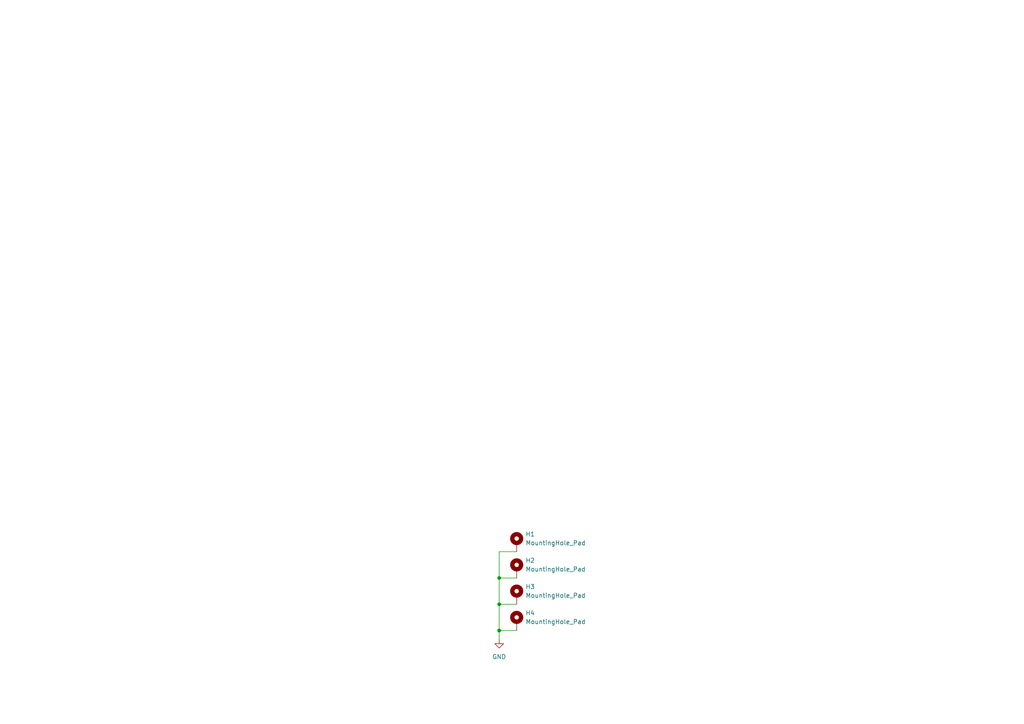
<source format=kicad_sch>
(kicad_sch (version 20230121) (generator eeschema)
  (paper "A4")
  (lib_symbols
    (symbol "Mechanical:MountingHole_Pad" (pin_numbers hide) (pin_names (offset 1.016) hide)
      (property "Reference" "H" (at 0 6.35 0))
      (property "Value" "MountingHole_Pad" (at 0 4.445 0))
      (symbol "MountingHole_Pad_0_1"
        (circle (center 0 1.27) (radius 1.27) (stroke (width 1.27)))
      )
      (symbol "MountingHole_Pad_1_1"
        (pin input line (at 0 -2.54 90) (length 2.54) (name "1") (number "1"))
      )
    )
    (symbol "power:GND" (power) (pin_names (offset 0))
      (property "Value" "GND" (at 0 -3.81 0))
      (symbol "GND_0_1"
        (polyline (pts (xy 0 0) (xy 0 -1.27) (xy 1.27 -1.27) (xy 0 -2.54) (xy -1.27 -1.27) (xy 0 -1.27)))
      )
      (symbol "GND_1_1"
        (pin power_in line (at 0 0 270) (length 0) hide (name "GND") (number "1"))
      )
    )
  )
  (junction (at 144.78 175.26))
  (junction (at 144.78 182.88))
  (junction (at 144.78 167.64))
  (wire (pts (xy 144.78 182.88) (xy 144.78 185.42)))
  (wire (pts (xy 144.78 175.26) (xy 144.78 167.64)))
  (wire (pts (xy 149.86 160.02) (xy 144.78 160.02)))
  (wire (pts (xy 144.78 182.88) (xy 144.78 175.26)))
  (wire (pts (xy 144.78 160.02) (xy 144.78 167.64)))
  (wire (pts (xy 149.86 175.26) (xy 144.78 175.26)))
  (wire (pts (xy 144.78 167.64) (xy 149.86 167.64)))
  (wire (pts (xy 149.86 182.88) (xy 144.78 182.88)))
  (symbol (lib_id "power:GND") (at 144.78 185.42 0) (unit 1)
    (property "Reference" "#PWR01" (effects hide))
    (property "Value" "GND" (at 144.78 190.5 0))
  )
  (symbol (lib_id "Mechanical:MountingHole_Pad") (at 149.86 172.72 0) (unit 1)
    (property "Reference" "H3" (at 152.4 170.18 0) (effects (justify left)))
    (property "Value" "MountingHole_Pad" (at 152.4 172.72 0) (effects (justify left)))
    (property "Footprint" "MountingHole:MountingHole_3.2mm_M3_Pad_Via" (effects hide))
  )
  (symbol (lib_id "Mechanical:MountingHole_Pad") (at 149.86 165.1 0) (unit 1)
    (property "Reference" "H2" (at 152.4 162.56 0) (effects (justify left)))
    (property "Value" "MountingHole_Pad" (at 152.4 165.1 0) (effects (justify left)))
    (property "Footprint" "MountingHole:MountingHole_3.2mm_M3_Pad_Via" (effects hide))
  )
  (symbol (lib_id "Mechanical:MountingHole_Pad") (at 149.86 157.48 0) (unit 1)
    (property "Reference" "H1" (at 152.4 154.94 0) (effects (justify left)))
    (property "Value" "MountingHole_Pad" (at 152.4 157.48 0) (effects (justify left)))
    (property "Footprint" "MountingHole:MountingHole_3.2mm_M3_Pad_Via" (effects hide))
  )
  (symbol (lib_id "Mechanical:MountingHole_Pad") (at 149.86 180.34 0) (unit 1)
    (property "Reference" "H4" (at 152.4 177.8 0) (effects (justify left)))
    (property "Value" "MountingHole_Pad" (at 152.4 180.34 0) (effects (justify left)))
    (property "Footprint" "MountingHole:MountingHole_3.2mm_M3_Pad_Via" (effects hide))
  )
)
</source>
